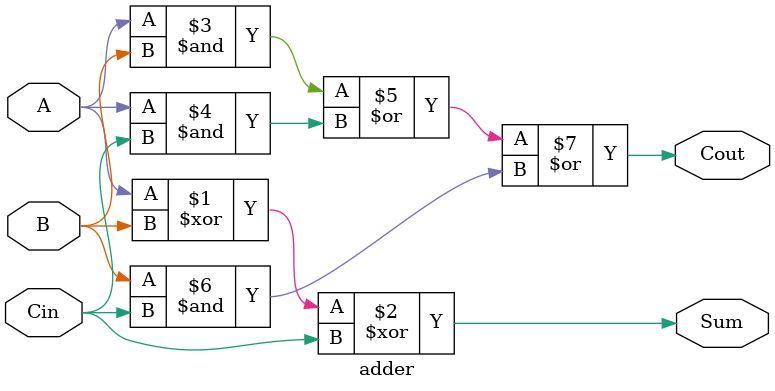
<source format=v>
module adder(A, B, Cin, Cout, Sum);
    input A, B, Cin;
    output Cout, Sum;

    assign Sum = A ^ B ^ Cin; 
    assign Cout = (A & B) | (A & Cin) | (B & Cin); 
endmodule
</source>
